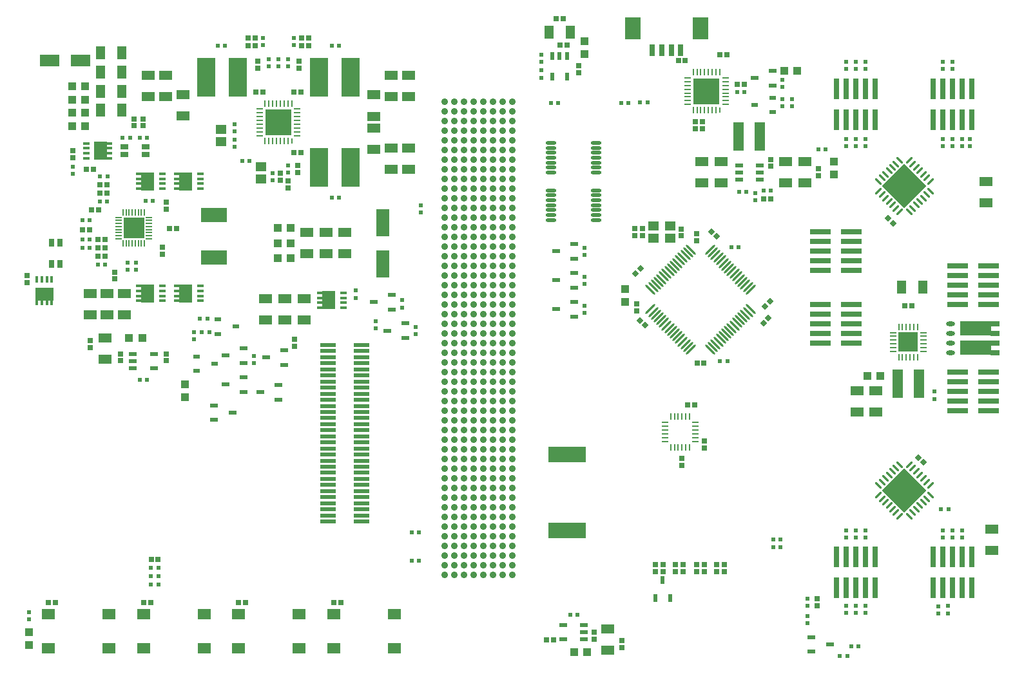
<source format=gtp>
G04 Layer_Color=8421504*
%FSLAX25Y25*%
%MOIN*%
G70*
G01*
G75*
%ADD10R,0.08268X0.11811*%
%ADD11R,0.03150X0.06299*%
%ADD12R,0.03543X0.01654*%
%ADD13R,0.06693X0.09331*%
%ADD14R,0.11000X0.02900*%
%ADD15R,0.19685X0.07874*%
%ADD16R,0.02520X0.02520*%
%ADD17R,0.02520X0.02520*%
%ADD18R,0.02362X0.02165*%
%ADD19R,0.05709X0.05118*%
%ADD20R,0.13504X0.07205*%
%ADD21O,0.00787X0.03543*%
%ADD22O,0.03543X0.00787*%
%ADD23R,0.11024X0.11024*%
%ADD24R,0.02165X0.02362*%
%ADD25R,0.02953X0.03937*%
%ADD26O,0.03543X0.00984*%
%ADD27O,0.00984X0.03543*%
%ADD28P,0.03563X4X180.0*%
%ADD29O,0.05512X0.01772*%
%ADD30R,0.05118X0.07087*%
%ADD31R,0.04331X0.03937*%
%ADD32R,0.13583X0.13583*%
%ADD33O,0.03347X0.00984*%
%ADD34O,0.00984X0.03347*%
%ADD35O,0.00984X0.03150*%
%ADD36R,0.07087X0.05118*%
%ADD37P,0.22828X4X180.0*%
G04:AMPARAMS|DCode=38|XSize=11.81mil|YSize=47.24mil|CornerRadius=0mil|HoleSize=0mil|Usage=FLASHONLY|Rotation=135.000|XOffset=0mil|YOffset=0mil|HoleType=Round|Shape=Round|*
%AMOVALD38*
21,1,0.03543,0.01181,0.00000,0.00000,225.0*
1,1,0.01181,0.01253,0.01253*
1,1,0.01181,-0.01253,-0.01253*
%
%ADD38OVALD38*%

G04:AMPARAMS|DCode=39|XSize=11.81mil|YSize=47.24mil|CornerRadius=0mil|HoleSize=0mil|Usage=FLASHONLY|Rotation=225.000|XOffset=0mil|YOffset=0mil|HoleType=Round|Shape=Round|*
%AMOVALD39*
21,1,0.03543,0.01181,0.00000,0.00000,315.0*
1,1,0.01181,-0.01253,0.01253*
1,1,0.01181,0.01253,-0.01253*
%
%ADD39OVALD39*%

%ADD40R,0.02900X0.11000*%
%ADD41R,0.03937X0.04331*%
%ADD42R,0.03937X0.02362*%
%ADD43R,0.03543X0.02362*%
%ADD44P,0.03563X4X90.0*%
G04:AMPARAMS|DCode=45|XSize=11.81mil|YSize=70.87mil|CornerRadius=0mil|HoleSize=0mil|Usage=FLASHONLY|Rotation=45.000|XOffset=0mil|YOffset=0mil|HoleType=Round|Shape=Round|*
%AMOVALD45*
21,1,0.05905,0.01181,0.00000,0.00000,135.0*
1,1,0.01181,0.02088,-0.02088*
1,1,0.01181,-0.02088,0.02088*
%
%ADD45OVALD45*%

G04:AMPARAMS|DCode=46|XSize=11.81mil|YSize=70.87mil|CornerRadius=0mil|HoleSize=0mil|Usage=FLASHONLY|Rotation=315.000|XOffset=0mil|YOffset=0mil|HoleType=Round|Shape=Round|*
%AMOVALD46*
21,1,0.05905,0.01181,0.00000,0.00000,45.0*
1,1,0.01181,-0.02088,-0.02088*
1,1,0.01181,0.02088,0.02088*
%
%ADD46OVALD46*%

%ADD47O,0.04528X0.02362*%
%ADD48R,0.04528X0.02756*%
%ADD49R,0.04921X0.02756*%
%ADD50R,0.16142X0.07756*%
%ADD51R,0.05512X0.14567*%
%ADD52R,0.02362X0.03937*%
%ADD53R,0.07874X0.01968*%
%ADD54R,0.07087X0.14370*%
%ADD55R,0.10039X0.06102*%
%ADD56R,0.09331X0.06693*%
%ADD57R,0.01654X0.03543*%
%ADD58R,0.03740X0.02362*%
%ADD59R,0.06693X0.05709*%
%ADD60R,0.05512X0.04724*%
%ADD61R,0.10236X0.10236*%
%ADD62O,0.03740X0.00984*%
%ADD63O,0.00984X0.03740*%
%ADD64R,0.03937X0.02953*%
%ADD65R,0.09252X0.20079*%
%ADD127C,0.03500*%
D10*
X114862Y160433D02*
D03*
X80020D02*
D03*
D11*
X104823Y149016D02*
D03*
X99902D02*
D03*
X94980D02*
D03*
X90059D02*
D03*
D12*
X-202815Y100886D02*
D03*
Y98327D02*
D03*
Y95768D02*
D03*
Y93209D02*
D03*
X-190886Y100886D02*
D03*
Y98327D02*
D03*
Y95768D02*
D03*
Y93209D02*
D03*
X-143642Y77461D02*
D03*
Y80020D02*
D03*
Y82579D02*
D03*
Y85138D02*
D03*
X-155571Y77461D02*
D03*
Y80020D02*
D03*
Y82579D02*
D03*
Y85138D02*
D03*
X-175256D02*
D03*
Y82579D02*
D03*
Y80020D02*
D03*
Y77461D02*
D03*
X-163327Y85138D02*
D03*
Y82579D02*
D03*
Y80020D02*
D03*
Y77461D02*
D03*
Y19390D02*
D03*
Y21949D02*
D03*
Y24508D02*
D03*
Y27067D02*
D03*
X-175256Y19390D02*
D03*
Y21949D02*
D03*
Y24508D02*
D03*
Y27067D02*
D03*
X-155571D02*
D03*
Y24508D02*
D03*
Y21949D02*
D03*
Y19390D02*
D03*
X-143642Y27067D02*
D03*
Y24508D02*
D03*
Y21949D02*
D03*
Y19390D02*
D03*
X-81555Y23524D02*
D03*
Y20965D02*
D03*
Y18406D02*
D03*
Y15846D02*
D03*
X-69626Y23524D02*
D03*
Y20965D02*
D03*
Y18406D02*
D03*
Y15846D02*
D03*
D13*
X-195177Y97047D02*
D03*
X-151279Y81299D02*
D03*
X-170965D02*
D03*
Y23228D02*
D03*
X-151279D02*
D03*
X-77264Y19685D02*
D03*
D14*
X177000Y55000D02*
D03*
X193000D02*
D03*
X177000Y50000D02*
D03*
X193000D02*
D03*
X177000Y45000D02*
D03*
X193000D02*
D03*
X177000Y40000D02*
D03*
X193000D02*
D03*
X177000Y35000D02*
D03*
X193000D02*
D03*
X247905Y-17559D02*
D03*
Y-22559D02*
D03*
Y-27559D02*
D03*
X263906Y-17559D02*
D03*
Y-27559D02*
D03*
Y-32559D02*
D03*
Y-22559D02*
D03*
X247905Y-32559D02*
D03*
Y-37559D02*
D03*
X263906D02*
D03*
X177000Y17500D02*
D03*
Y12500D02*
D03*
Y7500D02*
D03*
X193000Y17500D02*
D03*
Y7500D02*
D03*
Y2500D02*
D03*
Y12500D02*
D03*
X177000Y2500D02*
D03*
Y-2500D02*
D03*
X193000D02*
D03*
X247905Y37559D02*
D03*
Y32559D02*
D03*
Y27559D02*
D03*
X263906Y37559D02*
D03*
Y27559D02*
D03*
Y22559D02*
D03*
Y32559D02*
D03*
X247905Y22559D02*
D03*
Y17559D02*
D03*
X263906D02*
D03*
D15*
X46063Y-99606D02*
D03*
Y-60236D02*
D03*
D16*
X-111378Y127559D02*
D03*
X-115000D02*
D03*
X-91693D02*
D03*
X-95315D02*
D03*
X-156063Y56693D02*
D03*
X-159685D02*
D03*
X108425Y-34449D02*
D03*
X112047D02*
D03*
X43937Y165551D02*
D03*
X40315D02*
D03*
X125157Y146653D02*
D03*
X128779D02*
D03*
X107126Y143701D02*
D03*
X103504D02*
D03*
X134016Y131496D02*
D03*
X137638D02*
D03*
X147795Y72047D02*
D03*
X151417D02*
D03*
X224252Y16732D02*
D03*
X220630D02*
D03*
X35394Y-156102D02*
D03*
X39016D02*
D03*
X-91378Y155512D02*
D03*
X-87756D02*
D03*
X-91378Y151575D02*
D03*
X-87756D02*
D03*
X-115315Y155512D02*
D03*
X-118937D02*
D03*
X-115315Y151575D02*
D03*
X-118937D02*
D03*
X-198976Y87402D02*
D03*
X-202598D02*
D03*
X-165512Y-114567D02*
D03*
X-169134D02*
D03*
X-222284Y-136811D02*
D03*
X-218661D02*
D03*
X-173071D02*
D03*
X-169449D02*
D03*
X-123858D02*
D03*
X-120236D02*
D03*
X-74646D02*
D03*
X-71024D02*
D03*
X-191890Y75197D02*
D03*
X-195512D02*
D03*
X-196221Y66535D02*
D03*
X-199843D02*
D03*
X-200945Y56299D02*
D03*
X-204567D02*
D03*
X-193071Y42520D02*
D03*
X-196693D02*
D03*
X-193071Y51181D02*
D03*
X-196693D02*
D03*
X-193071Y46850D02*
D03*
X-196693D02*
D03*
X-191890Y79528D02*
D03*
X-195512D02*
D03*
X-91693Y96063D02*
D03*
X-95315D02*
D03*
X45906Y151772D02*
D03*
X42283D02*
D03*
X116811Y-13000D02*
D03*
X113189D02*
D03*
D17*
X-92520Y139921D02*
D03*
Y143543D02*
D03*
X-114173Y139921D02*
D03*
Y143543D02*
D03*
X-163386Y47087D02*
D03*
Y43465D02*
D03*
X-161417Y70551D02*
D03*
Y66929D02*
D03*
X-187992Y30669D02*
D03*
Y34291D02*
D03*
X117126Y-53307D02*
D03*
Y-56929D02*
D03*
X105315Y-62165D02*
D03*
Y-65787D02*
D03*
X51968Y140984D02*
D03*
Y137362D02*
D03*
X175984Y87638D02*
D03*
Y84016D02*
D03*
X151307Y88976D02*
D03*
Y92598D02*
D03*
X112992Y50551D02*
D03*
Y54173D02*
D03*
X105000Y53000D02*
D03*
Y56622D02*
D03*
X85000Y56811D02*
D03*
Y53189D02*
D03*
X81000Y56811D02*
D03*
Y53189D02*
D03*
X82000Y14189D02*
D03*
Y17811D02*
D03*
X175197Y-135000D02*
D03*
Y-138622D02*
D03*
X127165Y-117087D02*
D03*
Y-120709D02*
D03*
X123228Y-117087D02*
D03*
Y-120709D02*
D03*
X116929Y-117087D02*
D03*
Y-120709D02*
D03*
X112992Y-117087D02*
D03*
Y-120709D02*
D03*
X105905Y-117087D02*
D03*
Y-120709D02*
D03*
X101969Y-117087D02*
D03*
Y-120709D02*
D03*
X95669Y-117087D02*
D03*
Y-120709D02*
D03*
X60039Y-155945D02*
D03*
Y-152323D02*
D03*
X-209842Y97087D02*
D03*
Y93465D02*
D03*
X-233465Y28898D02*
D03*
Y32520D02*
D03*
X-161417Y-11654D02*
D03*
Y-8032D02*
D03*
X-200787Y-1142D02*
D03*
Y-4764D02*
D03*
X-185039Y-8032D02*
D03*
Y-11654D02*
D03*
X-95000Y-689D02*
D03*
Y-4311D02*
D03*
X91732Y-117087D02*
D03*
Y-120709D02*
D03*
X116142Y112047D02*
D03*
Y108425D02*
D03*
X112205Y112047D02*
D03*
Y108425D02*
D03*
X74213Y-160276D02*
D03*
Y-156653D02*
D03*
X-173228Y113622D02*
D03*
Y110000D02*
D03*
X-178150Y113622D02*
D03*
Y110000D02*
D03*
X-93504Y89567D02*
D03*
Y85945D02*
D03*
X-102362Y85473D02*
D03*
Y81850D02*
D03*
X-98425Y81535D02*
D03*
Y77913D02*
D03*
D18*
Y144587D02*
D03*
Y140847D02*
D03*
X-103347D02*
D03*
Y144587D02*
D03*
X-108268D02*
D03*
Y140847D02*
D03*
X-125984Y102854D02*
D03*
Y99114D02*
D03*
Y110728D02*
D03*
Y106988D02*
D03*
X-177165Y35531D02*
D03*
Y39272D02*
D03*
X-181496Y35531D02*
D03*
Y39272D02*
D03*
X32677Y138681D02*
D03*
Y134941D02*
D03*
X200472Y139370D02*
D03*
Y143110D02*
D03*
X195472Y139370D02*
D03*
Y143110D02*
D03*
X190472Y139370D02*
D03*
Y143110D02*
D03*
X245472Y139469D02*
D03*
Y143209D02*
D03*
X240472Y139469D02*
D03*
Y143209D02*
D03*
X250472Y103110D02*
D03*
Y99370D02*
D03*
X254331Y103051D02*
D03*
Y99311D02*
D03*
X245472Y103110D02*
D03*
Y99370D02*
D03*
X240472Y103110D02*
D03*
Y99370D02*
D03*
X200472Y103110D02*
D03*
Y99370D02*
D03*
X195472Y103110D02*
D03*
Y99370D02*
D03*
X190472Y103110D02*
D03*
Y99370D02*
D03*
X157480Y133760D02*
D03*
Y130020D02*
D03*
X162402Y120177D02*
D03*
Y123917D02*
D03*
X157480Y120177D02*
D03*
Y123917D02*
D03*
X143307Y75098D02*
D03*
Y71358D02*
D03*
X250472Y-103110D02*
D03*
Y-99370D02*
D03*
X245472Y-103110D02*
D03*
Y-99370D02*
D03*
X240472Y-103110D02*
D03*
Y-99370D02*
D03*
X200472Y-103110D02*
D03*
Y-99370D02*
D03*
X195472Y-103110D02*
D03*
Y-99370D02*
D03*
X190472Y-103110D02*
D03*
Y-99370D02*
D03*
X242913Y-142421D02*
D03*
Y-138681D02*
D03*
X237972Y-142480D02*
D03*
Y-138740D02*
D03*
X200472Y-138435D02*
D03*
Y-142175D02*
D03*
X195472Y-138484D02*
D03*
Y-142224D02*
D03*
X190472Y-138484D02*
D03*
Y-142224D02*
D03*
X170276Y-134941D02*
D03*
Y-138681D02*
D03*
Y-147539D02*
D03*
Y-143799D02*
D03*
X-63386Y20965D02*
D03*
Y24705D02*
D03*
X-53150Y5118D02*
D03*
Y8858D02*
D03*
X-29528Y65059D02*
D03*
Y68799D02*
D03*
X-95472Y151673D02*
D03*
Y155413D02*
D03*
X-111221Y151673D02*
D03*
Y155413D02*
D03*
X-209842Y88878D02*
D03*
Y85138D02*
D03*
X-116000Y-9130D02*
D03*
Y-12870D02*
D03*
X-146850Y3051D02*
D03*
Y-689D02*
D03*
X-232283Y-141831D02*
D03*
Y-145571D02*
D03*
X235827Y-31398D02*
D03*
Y-27657D02*
D03*
X-32480Y2165D02*
D03*
Y5906D02*
D03*
X-39370Y15945D02*
D03*
Y19685D02*
D03*
X-106299Y81890D02*
D03*
Y85630D02*
D03*
X-98425Y89468D02*
D03*
Y85728D02*
D03*
X32677Y146949D02*
D03*
Y143209D02*
D03*
X55000Y43130D02*
D03*
Y46870D02*
D03*
Y28130D02*
D03*
Y31870D02*
D03*
Y13130D02*
D03*
Y16870D02*
D03*
D19*
X-132874Y108071D02*
D03*
Y101772D02*
D03*
X-112205Y88779D02*
D03*
Y82480D02*
D03*
D20*
X-136811Y41850D02*
D03*
Y63661D02*
D03*
D21*
X-172638Y65059D02*
D03*
X-174213D02*
D03*
X-175787D02*
D03*
X-177362D02*
D03*
X-178937D02*
D03*
X-180512D02*
D03*
X-182087D02*
D03*
X-183661D02*
D03*
Y49114D02*
D03*
X-182087D02*
D03*
X-180512D02*
D03*
X-178937D02*
D03*
X-177362D02*
D03*
X-175787D02*
D03*
X-174213D02*
D03*
X-172638D02*
D03*
D22*
X-186122Y62598D02*
D03*
Y61024D02*
D03*
Y59449D02*
D03*
Y57874D02*
D03*
Y56299D02*
D03*
Y54724D02*
D03*
Y53150D02*
D03*
Y51575D02*
D03*
X-170177D02*
D03*
Y53150D02*
D03*
Y54724D02*
D03*
Y56299D02*
D03*
Y57874D02*
D03*
Y59449D02*
D03*
Y61024D02*
D03*
Y62598D02*
D03*
D23*
X-178150Y57087D02*
D03*
D24*
X-172047Y71260D02*
D03*
X-168307D02*
D03*
X-193012Y38189D02*
D03*
X-196752D02*
D03*
X131004Y47244D02*
D03*
X134744D02*
D03*
X133957Y127559D02*
D03*
X137697D02*
D03*
X176083Y97638D02*
D03*
X179823D02*
D03*
X151476Y76378D02*
D03*
X147736D02*
D03*
X138610Y75827D02*
D03*
X134870D02*
D03*
X243209Y-88583D02*
D03*
X239469D02*
D03*
X156398Y-104331D02*
D03*
X152657D02*
D03*
X156398Y-108268D02*
D03*
X152657D02*
D03*
X51279Y-143110D02*
D03*
X47539D02*
D03*
X-75689Y151575D02*
D03*
X-71949D02*
D03*
X-131004D02*
D03*
X-134744D02*
D03*
X-175098Y-21654D02*
D03*
X-171358D02*
D03*
X-140130Y10000D02*
D03*
X-143870D02*
D03*
X-139130Y3000D02*
D03*
X-142870D02*
D03*
X-165453Y-118898D02*
D03*
X-169193D02*
D03*
X-165453Y-123228D02*
D03*
X-169193D02*
D03*
Y-127559D02*
D03*
X-165453D02*
D03*
X187106Y-164370D02*
D03*
X190847D02*
D03*
X193012Y-159449D02*
D03*
X196752D02*
D03*
X-191929Y70866D02*
D03*
X-195669D02*
D03*
X-200886Y61024D02*
D03*
X-204626D02*
D03*
X-191831Y83858D02*
D03*
X-195571D02*
D03*
X-200886Y51181D02*
D03*
X-204626D02*
D03*
X-200886Y46850D02*
D03*
X-204626D02*
D03*
X-171358Y103937D02*
D03*
X-175098D02*
D03*
X-180118D02*
D03*
X-183858D02*
D03*
X-118316Y91748D02*
D03*
X-122057D02*
D03*
X-75689Y72835D02*
D03*
X-71949D02*
D03*
X-34350Y-115157D02*
D03*
X-30610D02*
D03*
X128839Y-11811D02*
D03*
X125098D02*
D03*
X-34350Y-100394D02*
D03*
X-30610D02*
D03*
X41240Y121850D02*
D03*
X37500D02*
D03*
X73917D02*
D03*
X77658D02*
D03*
X83760Y122047D02*
D03*
X87500D02*
D03*
D25*
X-216496Y49563D02*
D03*
Y38626D02*
D03*
X-220512Y49563D02*
D03*
Y38626D02*
D03*
D26*
X96586Y-43602D02*
D03*
Y-45571D02*
D03*
Y-47539D02*
D03*
Y-49508D02*
D03*
Y-51476D02*
D03*
Y-53445D02*
D03*
X112334D02*
D03*
Y-51476D02*
D03*
Y-49508D02*
D03*
Y-47539D02*
D03*
Y-45571D02*
D03*
Y-43602D02*
D03*
D27*
X99539Y-56398D02*
D03*
X101507D02*
D03*
X103476D02*
D03*
X105444D02*
D03*
X107413D02*
D03*
X109381D02*
D03*
Y-40650D02*
D03*
X107413D02*
D03*
X105444D02*
D03*
X103476D02*
D03*
X101507D02*
D03*
X99539D02*
D03*
D28*
X150887Y18997D02*
D03*
X148326Y16436D02*
D03*
X150100Y10336D02*
D03*
X147538Y7774D02*
D03*
X84000Y36000D02*
D03*
X81439Y33439D02*
D03*
D29*
X37598Y76575D02*
D03*
Y74016D02*
D03*
Y71457D02*
D03*
Y68898D02*
D03*
Y66339D02*
D03*
Y63779D02*
D03*
Y61221D02*
D03*
X60827Y76575D02*
D03*
Y74016D02*
D03*
Y71457D02*
D03*
Y68898D02*
D03*
Y66339D02*
D03*
Y63779D02*
D03*
Y61221D02*
D03*
X37598Y101181D02*
D03*
Y98622D02*
D03*
Y96063D02*
D03*
Y93504D02*
D03*
Y90945D02*
D03*
Y88386D02*
D03*
Y85827D02*
D03*
X60827Y101181D02*
D03*
Y98622D02*
D03*
Y96063D02*
D03*
Y93504D02*
D03*
Y90945D02*
D03*
Y88386D02*
D03*
Y85827D02*
D03*
D30*
X47638Y158465D02*
D03*
X36614D02*
D03*
X229921Y26575D02*
D03*
X218898D02*
D03*
X-195472Y127953D02*
D03*
X-184449D02*
D03*
X-195472Y118110D02*
D03*
X-184449D02*
D03*
X-195472Y137795D02*
D03*
X-184449D02*
D03*
X-195472Y147638D02*
D03*
X-184449D02*
D03*
D31*
X55118Y153937D02*
D03*
Y147244D02*
D03*
X76000Y25346D02*
D03*
Y18654D02*
D03*
X-151575Y-23819D02*
D03*
Y-30512D02*
D03*
X-232283Y-152165D02*
D03*
Y-158858D02*
D03*
X183858Y91535D02*
D03*
Y84842D02*
D03*
D32*
X118110Y127953D02*
D03*
X-103347Y111811D02*
D03*
D33*
X108366Y121063D02*
D03*
Y123031D02*
D03*
Y125000D02*
D03*
Y126969D02*
D03*
Y128937D02*
D03*
Y130905D02*
D03*
Y132874D02*
D03*
Y134843D02*
D03*
X127854D02*
D03*
Y132874D02*
D03*
Y130905D02*
D03*
Y128937D02*
D03*
Y126969D02*
D03*
Y125000D02*
D03*
Y123031D02*
D03*
Y121063D02*
D03*
X-93602Y104921D02*
D03*
Y106890D02*
D03*
Y108858D02*
D03*
Y110827D02*
D03*
Y112795D02*
D03*
Y114764D02*
D03*
Y116732D02*
D03*
Y118701D02*
D03*
X-113091D02*
D03*
Y116732D02*
D03*
Y114764D02*
D03*
Y112795D02*
D03*
Y110827D02*
D03*
Y108858D02*
D03*
Y106890D02*
D03*
Y104921D02*
D03*
D34*
X111221Y137697D02*
D03*
X113189D02*
D03*
X115157D02*
D03*
X117126D02*
D03*
X119095D02*
D03*
X121063D02*
D03*
X123031D02*
D03*
X125000D02*
D03*
X123031Y118209D02*
D03*
X121063D02*
D03*
X119095D02*
D03*
X117126D02*
D03*
X115157D02*
D03*
X113189D02*
D03*
X111221D02*
D03*
X-110236Y102067D02*
D03*
X-108268D02*
D03*
X-106299D02*
D03*
X-104331D02*
D03*
X-102362D02*
D03*
X-100394D02*
D03*
X-98425D02*
D03*
X-96457Y121555D02*
D03*
X-98425D02*
D03*
X-100394D02*
D03*
X-102362D02*
D03*
X-104331D02*
D03*
X-106299D02*
D03*
X-108268D02*
D03*
X-110236D02*
D03*
D35*
X125000Y118209D02*
D03*
X-96457Y102067D02*
D03*
D36*
X262795Y81299D02*
D03*
Y70276D02*
D03*
X168827Y80354D02*
D03*
Y91378D02*
D03*
X158984D02*
D03*
Y80354D02*
D03*
X125520D02*
D03*
Y91378D02*
D03*
X196063Y-27165D02*
D03*
Y-38189D02*
D03*
X205512Y-27165D02*
D03*
Y-38189D02*
D03*
X67126Y-161614D02*
D03*
Y-150591D02*
D03*
X-152559Y126181D02*
D03*
Y115157D02*
D03*
X-161614Y136221D02*
D03*
Y125197D02*
D03*
X-170669Y136221D02*
D03*
Y125197D02*
D03*
X-183071Y23228D02*
D03*
Y12205D02*
D03*
X-191929Y23228D02*
D03*
Y12205D02*
D03*
X-200787Y23228D02*
D03*
Y12205D02*
D03*
X-192913Y0D02*
D03*
Y-11024D02*
D03*
X265748Y-98819D02*
D03*
Y-109843D02*
D03*
X-100000Y9488D02*
D03*
Y20512D02*
D03*
X-90000Y9488D02*
D03*
Y20512D02*
D03*
X-110000Y9488D02*
D03*
Y20512D02*
D03*
X-45079Y136221D02*
D03*
Y125197D02*
D03*
X-36024Y136221D02*
D03*
Y125197D02*
D03*
X-54134Y125984D02*
D03*
Y114961D02*
D03*
X115677Y80354D02*
D03*
Y91378D02*
D03*
X-45079Y98425D02*
D03*
Y87402D02*
D03*
X-36024Y98425D02*
D03*
Y87402D02*
D03*
X-54134Y108661D02*
D03*
Y97638D02*
D03*
X-88583Y43701D02*
D03*
Y54724D02*
D03*
X-78740Y43701D02*
D03*
Y54724D02*
D03*
X-68898Y43701D02*
D03*
Y54724D02*
D03*
D37*
X220472Y78740D02*
D03*
Y-78740D02*
D03*
D38*
X217967Y65377D02*
D03*
X216157Y67187D02*
D03*
X214348Y68997D02*
D03*
X212538Y70806D02*
D03*
X210729Y72616D02*
D03*
X208919Y74425D02*
D03*
X207110Y76235D02*
D03*
X222978Y92103D02*
D03*
X224787Y90293D02*
D03*
X226597Y88484D02*
D03*
X228407Y86674D02*
D03*
X230216Y84865D02*
D03*
X232026Y83055D02*
D03*
X233835Y81246D02*
D03*
X207110Y-81246D02*
D03*
X208919Y-83055D02*
D03*
X210729Y-84865D02*
D03*
X212538Y-86674D02*
D03*
X214348Y-88484D02*
D03*
X216157Y-90293D02*
D03*
X217967Y-92103D02*
D03*
X233835Y-76235D02*
D03*
X232026Y-74425D02*
D03*
X230216Y-72616D02*
D03*
X228407Y-70806D02*
D03*
X226597Y-68997D02*
D03*
X224787Y-67187D02*
D03*
X222978Y-65377D02*
D03*
D39*
X207110Y81246D02*
D03*
X208919Y83055D02*
D03*
X210729Y84865D02*
D03*
X212538Y86674D02*
D03*
X214348Y88484D02*
D03*
X216157Y90293D02*
D03*
X217967Y92103D02*
D03*
X233835Y76235D02*
D03*
X232026Y74425D02*
D03*
X230216Y72616D02*
D03*
X228407Y70806D02*
D03*
X226597Y68997D02*
D03*
X224787Y67187D02*
D03*
X222978Y65377D02*
D03*
X217967Y-65377D02*
D03*
X216157Y-67187D02*
D03*
X214348Y-68997D02*
D03*
X212538Y-70806D02*
D03*
X210729Y-72616D02*
D03*
X208919Y-74425D02*
D03*
X207110Y-76235D02*
D03*
X222978Y-92103D02*
D03*
X224787Y-90293D02*
D03*
X226597Y-88484D02*
D03*
X228407Y-86674D02*
D03*
X230216Y-84865D02*
D03*
X232026Y-83055D02*
D03*
X233835Y-81246D02*
D03*
D40*
X255472Y129240D02*
D03*
Y113240D02*
D03*
X250472Y129240D02*
D03*
Y113240D02*
D03*
X245472Y129240D02*
D03*
Y113240D02*
D03*
X240472Y129240D02*
D03*
Y113240D02*
D03*
X235472Y129240D02*
D03*
Y113240D02*
D03*
X205472Y129240D02*
D03*
Y113240D02*
D03*
X200472Y129240D02*
D03*
Y113240D02*
D03*
X195472Y129240D02*
D03*
Y113240D02*
D03*
X190472Y129240D02*
D03*
Y113240D02*
D03*
X185472Y129240D02*
D03*
Y113240D02*
D03*
X235472Y-129240D02*
D03*
Y-113240D02*
D03*
X240472Y-129240D02*
D03*
Y-113240D02*
D03*
X245472Y-129240D02*
D03*
Y-113240D02*
D03*
X250472Y-129240D02*
D03*
Y-113240D02*
D03*
X255472Y-129240D02*
D03*
Y-113240D02*
D03*
X185472Y-129240D02*
D03*
Y-113240D02*
D03*
X190472Y-129240D02*
D03*
Y-113240D02*
D03*
X195472Y-129240D02*
D03*
Y-113240D02*
D03*
X200472Y-129240D02*
D03*
Y-113240D02*
D03*
X205472Y-129240D02*
D03*
Y-113240D02*
D03*
D41*
X158465Y138583D02*
D03*
X165157D02*
D03*
X56299Y-162402D02*
D03*
X49606D02*
D03*
X-203346Y130512D02*
D03*
X-210039D02*
D03*
X-203346Y123622D02*
D03*
X-210039D02*
D03*
X-203346Y116732D02*
D03*
X-210039D02*
D03*
X-203346Y109843D02*
D03*
X-210039D02*
D03*
X-180512Y0D02*
D03*
X-173819D02*
D03*
X201378Y-19685D02*
D03*
X208071D02*
D03*
X-97047Y57087D02*
D03*
X-103740D02*
D03*
X-97047Y49213D02*
D03*
X-103740D02*
D03*
X-97047Y41339D02*
D03*
X-103740D02*
D03*
D42*
X142913Y134646D02*
D03*
X152362Y138386D02*
D03*
Y130905D02*
D03*
X40276Y45000D02*
D03*
X49724Y48740D02*
D03*
Y41260D02*
D03*
X40276Y30000D02*
D03*
X49724Y33740D02*
D03*
Y26260D02*
D03*
X40276Y15000D02*
D03*
X49724Y18740D02*
D03*
Y11260D02*
D03*
X181890Y-158465D02*
D03*
X172441Y-162205D02*
D03*
Y-154724D02*
D03*
X54823Y-155905D02*
D03*
Y-152165D02*
D03*
Y-148425D02*
D03*
X43996D02*
D03*
Y-155905D02*
D03*
X-54080Y18701D02*
D03*
X-44631Y22441D02*
D03*
Y14961D02*
D03*
X-47047Y3937D02*
D03*
X-37598Y7677D02*
D03*
Y197D02*
D03*
X-178642Y-8071D02*
D03*
Y-11811D02*
D03*
Y-15551D02*
D03*
X-167815D02*
D03*
Y-8071D02*
D03*
X-130724Y-9000D02*
D03*
X-121276Y-5260D02*
D03*
Y-12740D02*
D03*
X-109724Y-10000D02*
D03*
X-100276Y-6260D02*
D03*
Y-13740D02*
D03*
X-112724Y-28000D02*
D03*
X-103276Y-24260D02*
D03*
Y-31740D02*
D03*
X-127165Y-38583D02*
D03*
X-136614Y-42323D02*
D03*
Y-34843D02*
D03*
X-130724Y-24000D02*
D03*
X-121276Y-20260D02*
D03*
Y-27740D02*
D03*
X134870Y89606D02*
D03*
Y85866D02*
D03*
Y82126D02*
D03*
X145697D02*
D03*
Y85866D02*
D03*
Y89606D02*
D03*
D43*
X143110Y120866D02*
D03*
X152165Y124606D02*
D03*
Y117126D02*
D03*
D44*
X123281Y52719D02*
D03*
X120719Y55281D02*
D03*
X83719Y9281D02*
D03*
X86281Y6719D02*
D03*
X212000Y62000D02*
D03*
X214561Y59439D02*
D03*
X227719Y-61719D02*
D03*
X230281Y-64281D02*
D03*
D45*
X139498Y13597D02*
D03*
X140890Y14989D02*
D03*
X136714Y10813D02*
D03*
X138106Y12205D02*
D03*
X131147Y5245D02*
D03*
X132538Y6637D02*
D03*
X129755Y3853D02*
D03*
X135322Y9421D02*
D03*
X133930Y8029D02*
D03*
X126971Y1070D02*
D03*
X128363Y2461D02*
D03*
X121403Y-4498D02*
D03*
X122795Y-3106D02*
D03*
X120011Y-5890D02*
D03*
X125579Y-322D02*
D03*
X124187Y-1714D02*
D03*
X109989Y45890D02*
D03*
X108597Y44498D02*
D03*
X107205Y43106D02*
D03*
X105813Y41714D02*
D03*
X100245Y36147D02*
D03*
X101637Y37538D02*
D03*
X98853Y34755D02*
D03*
X104421Y40322D02*
D03*
X103029Y38930D02*
D03*
X97461Y33363D02*
D03*
X96070Y31971D02*
D03*
X90502Y26403D02*
D03*
X91894Y27795D02*
D03*
X89110Y25011D02*
D03*
X94678Y30579D02*
D03*
X93286Y29187D02*
D03*
D46*
X140890Y25011D02*
D03*
X139498Y26403D02*
D03*
X136714Y29187D02*
D03*
X135322Y30579D02*
D03*
X138106Y27795D02*
D03*
X132538Y33363D02*
D03*
X133930Y31971D02*
D03*
X131147Y34755D02*
D03*
X129755Y36147D02*
D03*
X128363Y37538D02*
D03*
X101637Y2461D02*
D03*
X100245Y3853D02*
D03*
X103029Y1070D02*
D03*
X97461Y6637D02*
D03*
X98853Y5245D02*
D03*
X108597Y-4498D02*
D03*
X107205Y-3106D02*
D03*
X109989Y-5890D02*
D03*
X104421Y-322D02*
D03*
X105813Y-1714D02*
D03*
X125579Y40322D02*
D03*
X124187Y41714D02*
D03*
X126971Y38930D02*
D03*
X120011Y45890D02*
D03*
X122795Y43106D02*
D03*
X121403Y44498D02*
D03*
X94678Y9421D02*
D03*
X90502Y13597D02*
D03*
X96070Y8029D02*
D03*
X91894Y12205D02*
D03*
X89110Y14989D02*
D03*
X93286Y10813D02*
D03*
D47*
X244390Y7500D02*
D03*
Y2500D02*
D03*
Y-2500D02*
D03*
Y-7500D02*
D03*
D48*
X267421Y7500D02*
D03*
Y-2500D02*
D03*
Y-7500D02*
D03*
D49*
Y2500D02*
D03*
D50*
X257165Y5000D02*
D03*
Y-5000D02*
D03*
D51*
X227953Y-23622D02*
D03*
X216929D02*
D03*
X134772Y104567D02*
D03*
X145795D02*
D03*
D52*
X91732Y-134646D02*
D03*
X99213D02*
D03*
X95472Y-125197D02*
D03*
X45866Y146161D02*
D03*
X42126D02*
D03*
X38386D02*
D03*
Y135335D02*
D03*
X45866D02*
D03*
D53*
X-77559Y-82284D02*
D03*
Y-79134D02*
D03*
Y-72835D02*
D03*
Y-69685D02*
D03*
X-60236Y-91732D02*
D03*
Y-88583D02*
D03*
Y-82284D02*
D03*
Y-79134D02*
D03*
Y-72835D02*
D03*
Y-69685D02*
D03*
Y-12992D02*
D03*
Y-9843D02*
D03*
Y-16142D02*
D03*
Y-3543D02*
D03*
D03*
Y-6693D02*
D03*
Y-41339D02*
D03*
Y-38189D02*
D03*
Y-47638D02*
D03*
Y-19291D02*
D03*
Y-22441D02*
D03*
Y-35039D02*
D03*
Y-31890D02*
D03*
Y-44488D02*
D03*
Y-25591D02*
D03*
Y-28740D02*
D03*
Y-63386D02*
D03*
Y-60236D02*
D03*
Y-66535D02*
D03*
Y-53937D02*
D03*
Y-50787D02*
D03*
Y-57087D02*
D03*
Y-75984D02*
D03*
Y-85433D02*
D03*
Y-94882D02*
D03*
X-77559Y-3543D02*
D03*
Y-6693D02*
D03*
Y-12992D02*
D03*
Y-9843D02*
D03*
Y-16142D02*
D03*
Y-41339D02*
D03*
Y-38189D02*
D03*
Y-44488D02*
D03*
Y-19291D02*
D03*
Y-22441D02*
D03*
Y-25591D02*
D03*
Y-28740D02*
D03*
Y-31890D02*
D03*
Y-35039D02*
D03*
Y-50787D02*
D03*
Y-47638D02*
D03*
Y-57087D02*
D03*
Y-53937D02*
D03*
Y-60236D02*
D03*
Y-63386D02*
D03*
Y-66535D02*
D03*
Y-85433D02*
D03*
Y-88583D02*
D03*
Y-75984D02*
D03*
Y-91732D02*
D03*
Y-94882D02*
D03*
D54*
X-49213Y59842D02*
D03*
Y38583D02*
D03*
D55*
X-221555Y143701D02*
D03*
X-205610D02*
D03*
D56*
X-224410Y22933D02*
D03*
D57*
X-228248Y18642D02*
D03*
X-225689D02*
D03*
X-223130D02*
D03*
X-220571D02*
D03*
X-228248Y30571D02*
D03*
X-225689D02*
D03*
X-223130D02*
D03*
X-220571D02*
D03*
D58*
X-125374Y6000D02*
D03*
X-134626Y2260D02*
D03*
Y9740D02*
D03*
X-136374Y-13150D02*
D03*
X-145626Y-16890D02*
D03*
Y-9410D02*
D03*
D59*
X-222342Y-142717D02*
D03*
X-191043D02*
D03*
X-222342Y-160433D02*
D03*
X-191043D02*
D03*
X-173130Y-142717D02*
D03*
X-141831D02*
D03*
X-173130Y-160433D02*
D03*
X-141831D02*
D03*
X-123917Y-142717D02*
D03*
X-92618D02*
D03*
X-123917Y-160433D02*
D03*
X-92618D02*
D03*
X-74705Y-142717D02*
D03*
X-43406D02*
D03*
X-74705Y-160433D02*
D03*
X-43406D02*
D03*
D60*
X99331Y58150D02*
D03*
Y51850D02*
D03*
X90669Y58150D02*
D03*
Y51850D02*
D03*
D61*
X222441Y-1969D02*
D03*
D62*
X214665Y-6890D02*
D03*
Y-4921D02*
D03*
Y-2953D02*
D03*
Y-984D02*
D03*
Y984D02*
D03*
Y2953D02*
D03*
X230217D02*
D03*
Y984D02*
D03*
Y-984D02*
D03*
Y-2953D02*
D03*
Y-4921D02*
D03*
Y-6890D02*
D03*
D63*
X217520Y5807D02*
D03*
X219488D02*
D03*
X221457D02*
D03*
X223425D02*
D03*
X225394D02*
D03*
X227362D02*
D03*
Y-9744D02*
D03*
X225394D02*
D03*
X223425D02*
D03*
X221457D02*
D03*
X219488D02*
D03*
X217520D02*
D03*
D64*
X-172091Y99252D02*
D03*
Y95236D02*
D03*
X-183028Y99252D02*
D03*
Y95236D02*
D03*
D65*
X-66043Y135039D02*
D03*
X-82382D02*
D03*
X-66043Y88583D02*
D03*
X-82382D02*
D03*
X-140650Y135039D02*
D03*
X-124311D02*
D03*
D127*
X17500Y-7500D02*
D03*
Y-2500D02*
D03*
Y22500D02*
D03*
Y27500D02*
D03*
X-17500Y-47500D02*
D03*
Y-42500D02*
D03*
X17500Y-52500D02*
D03*
Y-47500D02*
D03*
Y-67500D02*
D03*
Y-62500D02*
D03*
Y117500D02*
D03*
Y122500D02*
D03*
Y102500D02*
D03*
Y112500D02*
D03*
Y107500D02*
D03*
X12500Y122500D02*
D03*
Y107500D02*
D03*
X17500Y77500D02*
D03*
Y82500D02*
D03*
Y67500D02*
D03*
Y72500D02*
D03*
Y92500D02*
D03*
Y97500D02*
D03*
Y87500D02*
D03*
X12500Y112500D02*
D03*
Y117500D02*
D03*
Y97500D02*
D03*
Y102500D02*
D03*
X7500Y97500D02*
D03*
X12500Y72500D02*
D03*
Y77500D02*
D03*
Y67500D02*
D03*
Y87500D02*
D03*
Y92500D02*
D03*
Y82500D02*
D03*
X17500Y42500D02*
D03*
Y47500D02*
D03*
Y32500D02*
D03*
Y37500D02*
D03*
Y57500D02*
D03*
Y62500D02*
D03*
Y52500D02*
D03*
Y7500D02*
D03*
Y12500D02*
D03*
Y2500D02*
D03*
Y17500D02*
D03*
X12500Y42500D02*
D03*
Y47500D02*
D03*
Y32500D02*
D03*
Y37500D02*
D03*
Y57500D02*
D03*
Y62500D02*
D03*
Y52500D02*
D03*
Y12500D02*
D03*
Y17500D02*
D03*
Y7500D02*
D03*
Y27500D02*
D03*
X7500D02*
D03*
X12500Y22500D02*
D03*
X7500Y117500D02*
D03*
Y122500D02*
D03*
Y102500D02*
D03*
Y112500D02*
D03*
Y107500D02*
D03*
Y72500D02*
D03*
Y77500D02*
D03*
Y67500D02*
D03*
Y87500D02*
D03*
Y92500D02*
D03*
Y82500D02*
D03*
X2500Y112500D02*
D03*
Y117500D02*
D03*
Y102500D02*
D03*
Y107500D02*
D03*
Y122500D02*
D03*
Y77500D02*
D03*
Y82500D02*
D03*
Y72500D02*
D03*
Y92500D02*
D03*
Y97500D02*
D03*
Y87500D02*
D03*
X7500Y42500D02*
D03*
Y47500D02*
D03*
Y32500D02*
D03*
Y37500D02*
D03*
Y57500D02*
D03*
Y62500D02*
D03*
Y52500D02*
D03*
Y17500D02*
D03*
Y22500D02*
D03*
Y12500D02*
D03*
Y2500D02*
D03*
Y7500D02*
D03*
X2500Y2500D02*
D03*
Y47500D02*
D03*
Y52500D02*
D03*
Y37500D02*
D03*
Y42500D02*
D03*
Y62500D02*
D03*
Y67500D02*
D03*
Y57500D02*
D03*
Y12500D02*
D03*
Y17500D02*
D03*
Y7500D02*
D03*
Y27500D02*
D03*
Y32500D02*
D03*
Y22500D02*
D03*
X17500Y-22500D02*
D03*
Y-17500D02*
D03*
Y-32500D02*
D03*
Y-27500D02*
D03*
Y-12500D02*
D03*
Y-57500D02*
D03*
Y-42500D02*
D03*
Y-37500D02*
D03*
X12500Y-17500D02*
D03*
Y-12500D02*
D03*
Y-27500D02*
D03*
Y-22500D02*
D03*
Y-2500D02*
D03*
Y2500D02*
D03*
Y-7500D02*
D03*
Y-52500D02*
D03*
Y-47500D02*
D03*
Y-57500D02*
D03*
Y-37500D02*
D03*
Y-32500D02*
D03*
Y-42500D02*
D03*
X17500Y-82500D02*
D03*
Y-77500D02*
D03*
Y-92500D02*
D03*
Y-87500D02*
D03*
Y-72500D02*
D03*
Y-117500D02*
D03*
Y-112500D02*
D03*
Y-122500D02*
D03*
Y-102500D02*
D03*
Y-97500D02*
D03*
Y-107500D02*
D03*
X12500Y-82500D02*
D03*
Y-77500D02*
D03*
Y-92500D02*
D03*
Y-87500D02*
D03*
Y-67500D02*
D03*
Y-62500D02*
D03*
Y-72500D02*
D03*
Y-122500D02*
D03*
Y-117500D02*
D03*
Y-102500D02*
D03*
Y-97500D02*
D03*
Y-112500D02*
D03*
X7500Y-22500D02*
D03*
Y-17500D02*
D03*
Y-32500D02*
D03*
Y-27500D02*
D03*
Y-7500D02*
D03*
Y-2500D02*
D03*
Y-12500D02*
D03*
Y-57500D02*
D03*
Y-52500D02*
D03*
Y-62500D02*
D03*
Y-42500D02*
D03*
Y-37500D02*
D03*
Y-47500D02*
D03*
X2500Y-17500D02*
D03*
Y-12500D02*
D03*
Y-27500D02*
D03*
Y-22500D02*
D03*
Y-2500D02*
D03*
Y-7500D02*
D03*
Y-52500D02*
D03*
Y-47500D02*
D03*
Y-57500D02*
D03*
Y-37500D02*
D03*
Y-32500D02*
D03*
Y-42500D02*
D03*
X7500Y-87500D02*
D03*
Y-82500D02*
D03*
Y-97500D02*
D03*
Y-92500D02*
D03*
Y-72500D02*
D03*
Y-67500D02*
D03*
Y-77500D02*
D03*
Y-107500D02*
D03*
Y-102500D02*
D03*
X12500Y-107500D02*
D03*
X7500Y-117500D02*
D03*
Y-112500D02*
D03*
Y-122500D02*
D03*
X2500Y-82500D02*
D03*
Y-77500D02*
D03*
Y-92500D02*
D03*
Y-87500D02*
D03*
Y-67500D02*
D03*
Y-62500D02*
D03*
Y-72500D02*
D03*
Y-117500D02*
D03*
Y-112500D02*
D03*
Y-122500D02*
D03*
Y-102500D02*
D03*
Y-97500D02*
D03*
Y-107500D02*
D03*
X-2500Y112500D02*
D03*
Y122500D02*
D03*
Y117500D02*
D03*
Y107500D02*
D03*
Y82500D02*
D03*
Y87500D02*
D03*
Y72500D02*
D03*
Y77500D02*
D03*
Y97500D02*
D03*
Y102500D02*
D03*
Y92500D02*
D03*
X-7500Y117500D02*
D03*
Y122500D02*
D03*
Y107500D02*
D03*
Y112500D02*
D03*
Y102500D02*
D03*
Y77500D02*
D03*
Y82500D02*
D03*
Y72500D02*
D03*
Y92500D02*
D03*
Y97500D02*
D03*
Y87500D02*
D03*
X-2500Y47500D02*
D03*
Y52500D02*
D03*
Y37500D02*
D03*
Y42500D02*
D03*
Y62500D02*
D03*
Y67500D02*
D03*
Y57500D02*
D03*
Y12500D02*
D03*
Y17500D02*
D03*
Y7500D02*
D03*
Y27500D02*
D03*
Y32500D02*
D03*
Y22500D02*
D03*
X-7500Y47500D02*
D03*
Y52500D02*
D03*
Y37500D02*
D03*
Y42500D02*
D03*
Y62500D02*
D03*
Y67500D02*
D03*
Y57500D02*
D03*
Y12500D02*
D03*
Y17500D02*
D03*
X-2500Y2500D02*
D03*
X-7500Y27500D02*
D03*
Y32500D02*
D03*
Y22500D02*
D03*
X-12500Y102500D02*
D03*
Y107500D02*
D03*
Y92500D02*
D03*
Y97500D02*
D03*
Y117500D02*
D03*
Y122500D02*
D03*
Y112500D02*
D03*
Y67500D02*
D03*
Y72500D02*
D03*
Y62500D02*
D03*
Y82500D02*
D03*
Y87500D02*
D03*
Y77500D02*
D03*
X-17500Y102500D02*
D03*
Y107500D02*
D03*
Y92500D02*
D03*
Y97500D02*
D03*
Y117500D02*
D03*
Y122500D02*
D03*
Y112500D02*
D03*
Y67500D02*
D03*
Y72500D02*
D03*
Y62500D02*
D03*
Y82500D02*
D03*
Y87500D02*
D03*
Y77500D02*
D03*
X-12500Y37500D02*
D03*
Y42500D02*
D03*
Y27500D02*
D03*
Y32500D02*
D03*
Y52500D02*
D03*
Y57500D02*
D03*
Y47500D02*
D03*
X-7500Y7500D02*
D03*
X-12500Y12500D02*
D03*
X-7500Y2500D02*
D03*
X-12500Y7500D02*
D03*
Y22500D02*
D03*
Y2500D02*
D03*
X-17500Y37500D02*
D03*
Y42500D02*
D03*
Y27500D02*
D03*
Y32500D02*
D03*
Y52500D02*
D03*
Y57500D02*
D03*
Y47500D02*
D03*
Y17500D02*
D03*
Y22500D02*
D03*
X-12500Y17500D02*
D03*
X-17500Y7500D02*
D03*
Y12500D02*
D03*
Y2500D02*
D03*
X-2500Y-22500D02*
D03*
Y-17500D02*
D03*
Y-32500D02*
D03*
Y-27500D02*
D03*
Y-7500D02*
D03*
Y-2500D02*
D03*
Y-12500D02*
D03*
Y-57500D02*
D03*
Y-52500D02*
D03*
Y-62500D02*
D03*
Y-42500D02*
D03*
Y-37500D02*
D03*
Y-47500D02*
D03*
X-7500Y-22500D02*
D03*
Y-17500D02*
D03*
Y-32500D02*
D03*
Y-27500D02*
D03*
Y-7500D02*
D03*
Y-2500D02*
D03*
Y-12500D02*
D03*
Y-57500D02*
D03*
Y-52500D02*
D03*
Y-62500D02*
D03*
Y-42500D02*
D03*
Y-37500D02*
D03*
Y-47500D02*
D03*
X-2500Y-87500D02*
D03*
Y-82500D02*
D03*
Y-97500D02*
D03*
Y-92500D02*
D03*
Y-67500D02*
D03*
Y-77500D02*
D03*
Y-107500D02*
D03*
Y-102500D02*
D03*
Y-112500D02*
D03*
Y-122500D02*
D03*
Y-117500D02*
D03*
X-7500Y-122500D02*
D03*
Y-87500D02*
D03*
Y-82500D02*
D03*
Y-97500D02*
D03*
Y-92500D02*
D03*
Y-72500D02*
D03*
Y-67500D02*
D03*
Y-77500D02*
D03*
Y-117500D02*
D03*
Y-107500D02*
D03*
Y-102500D02*
D03*
Y-112500D02*
D03*
X-12500Y-22500D02*
D03*
Y-17500D02*
D03*
Y-32500D02*
D03*
Y-27500D02*
D03*
Y-7500D02*
D03*
Y-2500D02*
D03*
Y-12500D02*
D03*
Y-42500D02*
D03*
Y-37500D02*
D03*
Y-47500D02*
D03*
Y-52500D02*
D03*
X-17500D02*
D03*
X-12500Y-57500D02*
D03*
X-17500Y-22500D02*
D03*
Y-17500D02*
D03*
Y-32500D02*
D03*
Y-27500D02*
D03*
Y-7500D02*
D03*
Y-2500D02*
D03*
Y-12500D02*
D03*
Y-37500D02*
D03*
Y-57500D02*
D03*
X-12500Y-82500D02*
D03*
Y-77500D02*
D03*
Y-92500D02*
D03*
Y-87500D02*
D03*
Y-67500D02*
D03*
Y-62500D02*
D03*
Y-72500D02*
D03*
Y-117500D02*
D03*
Y-112500D02*
D03*
Y-122500D02*
D03*
Y-102500D02*
D03*
Y-97500D02*
D03*
Y-107500D02*
D03*
X-17500Y-82500D02*
D03*
Y-77500D02*
D03*
Y-92500D02*
D03*
Y-87500D02*
D03*
Y-72500D02*
D03*
Y-117500D02*
D03*
Y-112500D02*
D03*
Y-122500D02*
D03*
Y-102500D02*
D03*
Y-97500D02*
D03*
Y-107500D02*
D03*
X-2500Y-72500D02*
D03*
X-17500Y-62500D02*
D03*
Y-67500D02*
D03*
M02*

</source>
